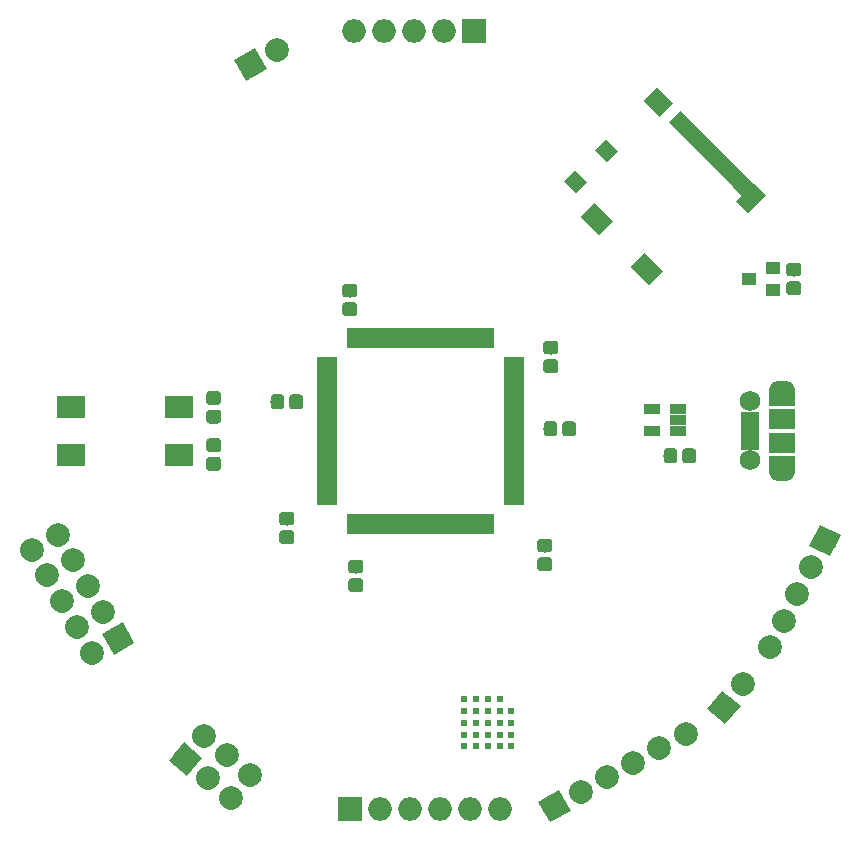
<source format=gbr>
G04 #@! TF.GenerationSoftware,KiCad,Pcbnew,5.0.0-fee4fd1~66~ubuntu18.04.1*
G04 #@! TF.CreationDate,2018-09-24T18:06:56+02:00*
G04 #@! TF.ProjectId,hyperstm,687970657273746D2E6B696361645F70,rev?*
G04 #@! TF.SameCoordinates,Original*
G04 #@! TF.FileFunction,Soldermask,Top*
G04 #@! TF.FilePolarity,Negative*
%FSLAX46Y46*%
G04 Gerber Fmt 4.6, Leading zero omitted, Abs format (unit mm)*
G04 Created by KiCad (PCBNEW 5.0.0-fee4fd1~66~ubuntu18.04.1) date Mon Sep 24 18:06:56 2018*
%MOMM*%
%LPD*%
G01*
G04 APERTURE LIST*
%ADD10C,0.620000*%
%ADD11R,2.480000X1.900000*%
%ADD12C,0.100000*%
%ADD13C,1.175000*%
%ADD14C,2.000000*%
%ADD15C,2.000000*%
%ADD16O,2.000000X2.000000*%
%ADD17R,2.000000X2.000000*%
%ADD18R,2.200000X1.500000*%
%ADD19O,2.200000X1.500000*%
%ADD20R,2.200000X1.800000*%
%ADD21C,1.750000*%
%ADD22R,1.650000X0.700000*%
%ADD23C,1.650000*%
%ADD24C,1.470000*%
%ADD25C,1.300000*%
%ADD26C,1.150000*%
%ADD27C,1.050000*%
%ADD28R,0.580000X1.800000*%
%ADD29R,1.800000X0.580000*%
%ADD30R,1.200000X1.100000*%
%ADD31R,1.360000X0.950000*%
G04 APERTURE END LIST*
D10*
G04 #@! TO.C,U3*
X153702000Y-126714000D03*
X154702000Y-126714000D03*
X155702000Y-126714001D03*
X156702000Y-126714000D03*
X157702000Y-126714000D03*
X153702000Y-125714000D03*
X154702000Y-125714000D03*
X155702000Y-125714000D03*
X156702000Y-125714000D03*
X157702000Y-125714000D03*
X153701999Y-124714000D03*
X154702000Y-124714000D03*
X155702000Y-124714000D03*
X156702000Y-124714000D03*
X157702001Y-124714000D03*
X153702000Y-123714000D03*
X154702000Y-123714000D03*
X155702000Y-123714000D03*
X156702000Y-123714000D03*
X157702000Y-123714000D03*
X153702000Y-122714000D03*
X154702000Y-122714000D03*
X155702000Y-122713999D03*
X156702000Y-122714000D03*
G04 #@! TD*
D11*
G04 #@! TO.C,SW2*
X129590000Y-98000000D03*
X120410000Y-98000000D03*
G04 #@! TD*
G04 #@! TO.C,SW1*
X129590000Y-102000000D03*
X120410000Y-102000000D03*
G04 #@! TD*
D12*
G04 #@! TO.C,C1*
G36*
X173068043Y-101484414D02*
X173096558Y-101488644D01*
X173124521Y-101495649D01*
X173151663Y-101505360D01*
X173177723Y-101517686D01*
X173202449Y-101532506D01*
X173225603Y-101549678D01*
X173246963Y-101569037D01*
X173266322Y-101590397D01*
X173283494Y-101613551D01*
X173298314Y-101638277D01*
X173310640Y-101664337D01*
X173320351Y-101691479D01*
X173327356Y-101719442D01*
X173331586Y-101747957D01*
X173333000Y-101776750D01*
X173333000Y-102439250D01*
X173331586Y-102468043D01*
X173327356Y-102496558D01*
X173320351Y-102524521D01*
X173310640Y-102551663D01*
X173298314Y-102577723D01*
X173283494Y-102602449D01*
X173266322Y-102625603D01*
X173246963Y-102646963D01*
X173225603Y-102666322D01*
X173202449Y-102683494D01*
X173177723Y-102698314D01*
X173151663Y-102710640D01*
X173124521Y-102720351D01*
X173096558Y-102727356D01*
X173068043Y-102731586D01*
X173039250Y-102733000D01*
X172451750Y-102733000D01*
X172422957Y-102731586D01*
X172394442Y-102727356D01*
X172366479Y-102720351D01*
X172339337Y-102710640D01*
X172313277Y-102698314D01*
X172288551Y-102683494D01*
X172265397Y-102666322D01*
X172244037Y-102646963D01*
X172224678Y-102625603D01*
X172207506Y-102602449D01*
X172192686Y-102577723D01*
X172180360Y-102551663D01*
X172170649Y-102524521D01*
X172163644Y-102496558D01*
X172159414Y-102468043D01*
X172158000Y-102439250D01*
X172158000Y-101776750D01*
X172159414Y-101747957D01*
X172163644Y-101719442D01*
X172170649Y-101691479D01*
X172180360Y-101664337D01*
X172192686Y-101638277D01*
X172207506Y-101613551D01*
X172224678Y-101590397D01*
X172244037Y-101569037D01*
X172265397Y-101549678D01*
X172288551Y-101532506D01*
X172313277Y-101517686D01*
X172339337Y-101505360D01*
X172366479Y-101495649D01*
X172394442Y-101488644D01*
X172422957Y-101484414D01*
X172451750Y-101483000D01*
X173039250Y-101483000D01*
X173068043Y-101484414D01*
X173068043Y-101484414D01*
G37*
D13*
X172745500Y-102108000D03*
D12*
G36*
X171493043Y-101484414D02*
X171521558Y-101488644D01*
X171549521Y-101495649D01*
X171576663Y-101505360D01*
X171602723Y-101517686D01*
X171627449Y-101532506D01*
X171650603Y-101549678D01*
X171671963Y-101569037D01*
X171691322Y-101590397D01*
X171708494Y-101613551D01*
X171723314Y-101638277D01*
X171735640Y-101664337D01*
X171745351Y-101691479D01*
X171752356Y-101719442D01*
X171756586Y-101747957D01*
X171758000Y-101776750D01*
X171758000Y-102439250D01*
X171756586Y-102468043D01*
X171752356Y-102496558D01*
X171745351Y-102524521D01*
X171735640Y-102551663D01*
X171723314Y-102577723D01*
X171708494Y-102602449D01*
X171691322Y-102625603D01*
X171671963Y-102646963D01*
X171650603Y-102666322D01*
X171627449Y-102683494D01*
X171602723Y-102698314D01*
X171576663Y-102710640D01*
X171549521Y-102720351D01*
X171521558Y-102727356D01*
X171493043Y-102731586D01*
X171464250Y-102733000D01*
X170876750Y-102733000D01*
X170847957Y-102731586D01*
X170819442Y-102727356D01*
X170791479Y-102720351D01*
X170764337Y-102710640D01*
X170738277Y-102698314D01*
X170713551Y-102683494D01*
X170690397Y-102666322D01*
X170669037Y-102646963D01*
X170649678Y-102625603D01*
X170632506Y-102602449D01*
X170617686Y-102577723D01*
X170605360Y-102551663D01*
X170595649Y-102524521D01*
X170588644Y-102496558D01*
X170584414Y-102468043D01*
X170583000Y-102439250D01*
X170583000Y-101776750D01*
X170584414Y-101747957D01*
X170588644Y-101719442D01*
X170595649Y-101691479D01*
X170605360Y-101664337D01*
X170617686Y-101638277D01*
X170632506Y-101613551D01*
X170649678Y-101590397D01*
X170669037Y-101569037D01*
X170690397Y-101549678D01*
X170713551Y-101532506D01*
X170738277Y-101517686D01*
X170764337Y-101505360D01*
X170791479Y-101495649D01*
X170819442Y-101488644D01*
X170847957Y-101484414D01*
X170876750Y-101483000D01*
X171464250Y-101483000D01*
X171493043Y-101484414D01*
X171493043Y-101484414D01*
G37*
D13*
X171170500Y-102108000D03*
G04 #@! TD*
D12*
G04 #@! TO.C,C4*
G36*
X139044043Y-108405414D02*
X139072558Y-108409644D01*
X139100521Y-108416649D01*
X139127663Y-108426360D01*
X139153723Y-108438686D01*
X139178449Y-108453506D01*
X139201603Y-108470678D01*
X139222963Y-108490037D01*
X139242322Y-108511397D01*
X139259494Y-108534551D01*
X139274314Y-108559277D01*
X139286640Y-108585337D01*
X139296351Y-108612479D01*
X139303356Y-108640442D01*
X139307586Y-108668957D01*
X139309000Y-108697750D01*
X139309000Y-109285250D01*
X139307586Y-109314043D01*
X139303356Y-109342558D01*
X139296351Y-109370521D01*
X139286640Y-109397663D01*
X139274314Y-109423723D01*
X139259494Y-109448449D01*
X139242322Y-109471603D01*
X139222963Y-109492963D01*
X139201603Y-109512322D01*
X139178449Y-109529494D01*
X139153723Y-109544314D01*
X139127663Y-109556640D01*
X139100521Y-109566351D01*
X139072558Y-109573356D01*
X139044043Y-109577586D01*
X139015250Y-109579000D01*
X138352750Y-109579000D01*
X138323957Y-109577586D01*
X138295442Y-109573356D01*
X138267479Y-109566351D01*
X138240337Y-109556640D01*
X138214277Y-109544314D01*
X138189551Y-109529494D01*
X138166397Y-109512322D01*
X138145037Y-109492963D01*
X138125678Y-109471603D01*
X138108506Y-109448449D01*
X138093686Y-109423723D01*
X138081360Y-109397663D01*
X138071649Y-109370521D01*
X138064644Y-109342558D01*
X138060414Y-109314043D01*
X138059000Y-109285250D01*
X138059000Y-108697750D01*
X138060414Y-108668957D01*
X138064644Y-108640442D01*
X138071649Y-108612479D01*
X138081360Y-108585337D01*
X138093686Y-108559277D01*
X138108506Y-108534551D01*
X138125678Y-108511397D01*
X138145037Y-108490037D01*
X138166397Y-108470678D01*
X138189551Y-108453506D01*
X138214277Y-108438686D01*
X138240337Y-108426360D01*
X138267479Y-108416649D01*
X138295442Y-108409644D01*
X138323957Y-108405414D01*
X138352750Y-108404000D01*
X139015250Y-108404000D01*
X139044043Y-108405414D01*
X139044043Y-108405414D01*
G37*
D13*
X138684000Y-108991500D03*
D12*
G36*
X139044043Y-106830414D02*
X139072558Y-106834644D01*
X139100521Y-106841649D01*
X139127663Y-106851360D01*
X139153723Y-106863686D01*
X139178449Y-106878506D01*
X139201603Y-106895678D01*
X139222963Y-106915037D01*
X139242322Y-106936397D01*
X139259494Y-106959551D01*
X139274314Y-106984277D01*
X139286640Y-107010337D01*
X139296351Y-107037479D01*
X139303356Y-107065442D01*
X139307586Y-107093957D01*
X139309000Y-107122750D01*
X139309000Y-107710250D01*
X139307586Y-107739043D01*
X139303356Y-107767558D01*
X139296351Y-107795521D01*
X139286640Y-107822663D01*
X139274314Y-107848723D01*
X139259494Y-107873449D01*
X139242322Y-107896603D01*
X139222963Y-107917963D01*
X139201603Y-107937322D01*
X139178449Y-107954494D01*
X139153723Y-107969314D01*
X139127663Y-107981640D01*
X139100521Y-107991351D01*
X139072558Y-107998356D01*
X139044043Y-108002586D01*
X139015250Y-108004000D01*
X138352750Y-108004000D01*
X138323957Y-108002586D01*
X138295442Y-107998356D01*
X138267479Y-107991351D01*
X138240337Y-107981640D01*
X138214277Y-107969314D01*
X138189551Y-107954494D01*
X138166397Y-107937322D01*
X138145037Y-107917963D01*
X138125678Y-107896603D01*
X138108506Y-107873449D01*
X138093686Y-107848723D01*
X138081360Y-107822663D01*
X138071649Y-107795521D01*
X138064644Y-107767558D01*
X138060414Y-107739043D01*
X138059000Y-107710250D01*
X138059000Y-107122750D01*
X138060414Y-107093957D01*
X138064644Y-107065442D01*
X138071649Y-107037479D01*
X138081360Y-107010337D01*
X138093686Y-106984277D01*
X138108506Y-106959551D01*
X138125678Y-106936397D01*
X138145037Y-106915037D01*
X138166397Y-106895678D01*
X138189551Y-106878506D01*
X138214277Y-106863686D01*
X138240337Y-106851360D01*
X138267479Y-106841649D01*
X138295442Y-106834644D01*
X138323957Y-106830414D01*
X138352750Y-106829000D01*
X139015250Y-106829000D01*
X139044043Y-106830414D01*
X139044043Y-106830414D01*
G37*
D13*
X138684000Y-107416500D03*
G04 #@! TD*
D12*
G04 #@! TO.C,C5*
G36*
X144886043Y-112469414D02*
X144914558Y-112473644D01*
X144942521Y-112480649D01*
X144969663Y-112490360D01*
X144995723Y-112502686D01*
X145020449Y-112517506D01*
X145043603Y-112534678D01*
X145064963Y-112554037D01*
X145084322Y-112575397D01*
X145101494Y-112598551D01*
X145116314Y-112623277D01*
X145128640Y-112649337D01*
X145138351Y-112676479D01*
X145145356Y-112704442D01*
X145149586Y-112732957D01*
X145151000Y-112761750D01*
X145151000Y-113349250D01*
X145149586Y-113378043D01*
X145145356Y-113406558D01*
X145138351Y-113434521D01*
X145128640Y-113461663D01*
X145116314Y-113487723D01*
X145101494Y-113512449D01*
X145084322Y-113535603D01*
X145064963Y-113556963D01*
X145043603Y-113576322D01*
X145020449Y-113593494D01*
X144995723Y-113608314D01*
X144969663Y-113620640D01*
X144942521Y-113630351D01*
X144914558Y-113637356D01*
X144886043Y-113641586D01*
X144857250Y-113643000D01*
X144194750Y-113643000D01*
X144165957Y-113641586D01*
X144137442Y-113637356D01*
X144109479Y-113630351D01*
X144082337Y-113620640D01*
X144056277Y-113608314D01*
X144031551Y-113593494D01*
X144008397Y-113576322D01*
X143987037Y-113556963D01*
X143967678Y-113535603D01*
X143950506Y-113512449D01*
X143935686Y-113487723D01*
X143923360Y-113461663D01*
X143913649Y-113434521D01*
X143906644Y-113406558D01*
X143902414Y-113378043D01*
X143901000Y-113349250D01*
X143901000Y-112761750D01*
X143902414Y-112732957D01*
X143906644Y-112704442D01*
X143913649Y-112676479D01*
X143923360Y-112649337D01*
X143935686Y-112623277D01*
X143950506Y-112598551D01*
X143967678Y-112575397D01*
X143987037Y-112554037D01*
X144008397Y-112534678D01*
X144031551Y-112517506D01*
X144056277Y-112502686D01*
X144082337Y-112490360D01*
X144109479Y-112480649D01*
X144137442Y-112473644D01*
X144165957Y-112469414D01*
X144194750Y-112468000D01*
X144857250Y-112468000D01*
X144886043Y-112469414D01*
X144886043Y-112469414D01*
G37*
D13*
X144526000Y-113055500D03*
D12*
G36*
X144886043Y-110894414D02*
X144914558Y-110898644D01*
X144942521Y-110905649D01*
X144969663Y-110915360D01*
X144995723Y-110927686D01*
X145020449Y-110942506D01*
X145043603Y-110959678D01*
X145064963Y-110979037D01*
X145084322Y-111000397D01*
X145101494Y-111023551D01*
X145116314Y-111048277D01*
X145128640Y-111074337D01*
X145138351Y-111101479D01*
X145145356Y-111129442D01*
X145149586Y-111157957D01*
X145151000Y-111186750D01*
X145151000Y-111774250D01*
X145149586Y-111803043D01*
X145145356Y-111831558D01*
X145138351Y-111859521D01*
X145128640Y-111886663D01*
X145116314Y-111912723D01*
X145101494Y-111937449D01*
X145084322Y-111960603D01*
X145064963Y-111981963D01*
X145043603Y-112001322D01*
X145020449Y-112018494D01*
X144995723Y-112033314D01*
X144969663Y-112045640D01*
X144942521Y-112055351D01*
X144914558Y-112062356D01*
X144886043Y-112066586D01*
X144857250Y-112068000D01*
X144194750Y-112068000D01*
X144165957Y-112066586D01*
X144137442Y-112062356D01*
X144109479Y-112055351D01*
X144082337Y-112045640D01*
X144056277Y-112033314D01*
X144031551Y-112018494D01*
X144008397Y-112001322D01*
X143987037Y-111981963D01*
X143967678Y-111960603D01*
X143950506Y-111937449D01*
X143935686Y-111912723D01*
X143923360Y-111886663D01*
X143913649Y-111859521D01*
X143906644Y-111831558D01*
X143902414Y-111803043D01*
X143901000Y-111774250D01*
X143901000Y-111186750D01*
X143902414Y-111157957D01*
X143906644Y-111129442D01*
X143913649Y-111101479D01*
X143923360Y-111074337D01*
X143935686Y-111048277D01*
X143950506Y-111023551D01*
X143967678Y-111000397D01*
X143987037Y-110979037D01*
X144008397Y-110959678D01*
X144031551Y-110942506D01*
X144056277Y-110927686D01*
X144082337Y-110915360D01*
X144109479Y-110905649D01*
X144137442Y-110898644D01*
X144165957Y-110894414D01*
X144194750Y-110893000D01*
X144857250Y-110893000D01*
X144886043Y-110894414D01*
X144886043Y-110894414D01*
G37*
D13*
X144526000Y-111480500D03*
G04 #@! TD*
D12*
G04 #@! TO.C,C6*
G36*
X160888043Y-110691414D02*
X160916558Y-110695644D01*
X160944521Y-110702649D01*
X160971663Y-110712360D01*
X160997723Y-110724686D01*
X161022449Y-110739506D01*
X161045603Y-110756678D01*
X161066963Y-110776037D01*
X161086322Y-110797397D01*
X161103494Y-110820551D01*
X161118314Y-110845277D01*
X161130640Y-110871337D01*
X161140351Y-110898479D01*
X161147356Y-110926442D01*
X161151586Y-110954957D01*
X161153000Y-110983750D01*
X161153000Y-111571250D01*
X161151586Y-111600043D01*
X161147356Y-111628558D01*
X161140351Y-111656521D01*
X161130640Y-111683663D01*
X161118314Y-111709723D01*
X161103494Y-111734449D01*
X161086322Y-111757603D01*
X161066963Y-111778963D01*
X161045603Y-111798322D01*
X161022449Y-111815494D01*
X160997723Y-111830314D01*
X160971663Y-111842640D01*
X160944521Y-111852351D01*
X160916558Y-111859356D01*
X160888043Y-111863586D01*
X160859250Y-111865000D01*
X160196750Y-111865000D01*
X160167957Y-111863586D01*
X160139442Y-111859356D01*
X160111479Y-111852351D01*
X160084337Y-111842640D01*
X160058277Y-111830314D01*
X160033551Y-111815494D01*
X160010397Y-111798322D01*
X159989037Y-111778963D01*
X159969678Y-111757603D01*
X159952506Y-111734449D01*
X159937686Y-111709723D01*
X159925360Y-111683663D01*
X159915649Y-111656521D01*
X159908644Y-111628558D01*
X159904414Y-111600043D01*
X159903000Y-111571250D01*
X159903000Y-110983750D01*
X159904414Y-110954957D01*
X159908644Y-110926442D01*
X159915649Y-110898479D01*
X159925360Y-110871337D01*
X159937686Y-110845277D01*
X159952506Y-110820551D01*
X159969678Y-110797397D01*
X159989037Y-110776037D01*
X160010397Y-110756678D01*
X160033551Y-110739506D01*
X160058277Y-110724686D01*
X160084337Y-110712360D01*
X160111479Y-110702649D01*
X160139442Y-110695644D01*
X160167957Y-110691414D01*
X160196750Y-110690000D01*
X160859250Y-110690000D01*
X160888043Y-110691414D01*
X160888043Y-110691414D01*
G37*
D13*
X160528000Y-111277500D03*
D12*
G36*
X160888043Y-109116414D02*
X160916558Y-109120644D01*
X160944521Y-109127649D01*
X160971663Y-109137360D01*
X160997723Y-109149686D01*
X161022449Y-109164506D01*
X161045603Y-109181678D01*
X161066963Y-109201037D01*
X161086322Y-109222397D01*
X161103494Y-109245551D01*
X161118314Y-109270277D01*
X161130640Y-109296337D01*
X161140351Y-109323479D01*
X161147356Y-109351442D01*
X161151586Y-109379957D01*
X161153000Y-109408750D01*
X161153000Y-109996250D01*
X161151586Y-110025043D01*
X161147356Y-110053558D01*
X161140351Y-110081521D01*
X161130640Y-110108663D01*
X161118314Y-110134723D01*
X161103494Y-110159449D01*
X161086322Y-110182603D01*
X161066963Y-110203963D01*
X161045603Y-110223322D01*
X161022449Y-110240494D01*
X160997723Y-110255314D01*
X160971663Y-110267640D01*
X160944521Y-110277351D01*
X160916558Y-110284356D01*
X160888043Y-110288586D01*
X160859250Y-110290000D01*
X160196750Y-110290000D01*
X160167957Y-110288586D01*
X160139442Y-110284356D01*
X160111479Y-110277351D01*
X160084337Y-110267640D01*
X160058277Y-110255314D01*
X160033551Y-110240494D01*
X160010397Y-110223322D01*
X159989037Y-110203963D01*
X159969678Y-110182603D01*
X159952506Y-110159449D01*
X159937686Y-110134723D01*
X159925360Y-110108663D01*
X159915649Y-110081521D01*
X159908644Y-110053558D01*
X159904414Y-110025043D01*
X159903000Y-109996250D01*
X159903000Y-109408750D01*
X159904414Y-109379957D01*
X159908644Y-109351442D01*
X159915649Y-109323479D01*
X159925360Y-109296337D01*
X159937686Y-109270277D01*
X159952506Y-109245551D01*
X159969678Y-109222397D01*
X159989037Y-109201037D01*
X160010397Y-109181678D01*
X160033551Y-109164506D01*
X160058277Y-109149686D01*
X160084337Y-109137360D01*
X160111479Y-109127649D01*
X160139442Y-109120644D01*
X160167957Y-109116414D01*
X160196750Y-109115000D01*
X160859250Y-109115000D01*
X160888043Y-109116414D01*
X160888043Y-109116414D01*
G37*
D13*
X160528000Y-109702500D03*
G04 #@! TD*
D12*
G04 #@! TO.C,C7*
G36*
X161396043Y-92352414D02*
X161424558Y-92356644D01*
X161452521Y-92363649D01*
X161479663Y-92373360D01*
X161505723Y-92385686D01*
X161530449Y-92400506D01*
X161553603Y-92417678D01*
X161574963Y-92437037D01*
X161594322Y-92458397D01*
X161611494Y-92481551D01*
X161626314Y-92506277D01*
X161638640Y-92532337D01*
X161648351Y-92559479D01*
X161655356Y-92587442D01*
X161659586Y-92615957D01*
X161661000Y-92644750D01*
X161661000Y-93232250D01*
X161659586Y-93261043D01*
X161655356Y-93289558D01*
X161648351Y-93317521D01*
X161638640Y-93344663D01*
X161626314Y-93370723D01*
X161611494Y-93395449D01*
X161594322Y-93418603D01*
X161574963Y-93439963D01*
X161553603Y-93459322D01*
X161530449Y-93476494D01*
X161505723Y-93491314D01*
X161479663Y-93503640D01*
X161452521Y-93513351D01*
X161424558Y-93520356D01*
X161396043Y-93524586D01*
X161367250Y-93526000D01*
X160704750Y-93526000D01*
X160675957Y-93524586D01*
X160647442Y-93520356D01*
X160619479Y-93513351D01*
X160592337Y-93503640D01*
X160566277Y-93491314D01*
X160541551Y-93476494D01*
X160518397Y-93459322D01*
X160497037Y-93439963D01*
X160477678Y-93418603D01*
X160460506Y-93395449D01*
X160445686Y-93370723D01*
X160433360Y-93344663D01*
X160423649Y-93317521D01*
X160416644Y-93289558D01*
X160412414Y-93261043D01*
X160411000Y-93232250D01*
X160411000Y-92644750D01*
X160412414Y-92615957D01*
X160416644Y-92587442D01*
X160423649Y-92559479D01*
X160433360Y-92532337D01*
X160445686Y-92506277D01*
X160460506Y-92481551D01*
X160477678Y-92458397D01*
X160497037Y-92437037D01*
X160518397Y-92417678D01*
X160541551Y-92400506D01*
X160566277Y-92385686D01*
X160592337Y-92373360D01*
X160619479Y-92363649D01*
X160647442Y-92356644D01*
X160675957Y-92352414D01*
X160704750Y-92351000D01*
X161367250Y-92351000D01*
X161396043Y-92352414D01*
X161396043Y-92352414D01*
G37*
D13*
X161036000Y-92938500D03*
D12*
G36*
X161396043Y-93927414D02*
X161424558Y-93931644D01*
X161452521Y-93938649D01*
X161479663Y-93948360D01*
X161505723Y-93960686D01*
X161530449Y-93975506D01*
X161553603Y-93992678D01*
X161574963Y-94012037D01*
X161594322Y-94033397D01*
X161611494Y-94056551D01*
X161626314Y-94081277D01*
X161638640Y-94107337D01*
X161648351Y-94134479D01*
X161655356Y-94162442D01*
X161659586Y-94190957D01*
X161661000Y-94219750D01*
X161661000Y-94807250D01*
X161659586Y-94836043D01*
X161655356Y-94864558D01*
X161648351Y-94892521D01*
X161638640Y-94919663D01*
X161626314Y-94945723D01*
X161611494Y-94970449D01*
X161594322Y-94993603D01*
X161574963Y-95014963D01*
X161553603Y-95034322D01*
X161530449Y-95051494D01*
X161505723Y-95066314D01*
X161479663Y-95078640D01*
X161452521Y-95088351D01*
X161424558Y-95095356D01*
X161396043Y-95099586D01*
X161367250Y-95101000D01*
X160704750Y-95101000D01*
X160675957Y-95099586D01*
X160647442Y-95095356D01*
X160619479Y-95088351D01*
X160592337Y-95078640D01*
X160566277Y-95066314D01*
X160541551Y-95051494D01*
X160518397Y-95034322D01*
X160497037Y-95014963D01*
X160477678Y-94993603D01*
X160460506Y-94970449D01*
X160445686Y-94945723D01*
X160433360Y-94919663D01*
X160423649Y-94892521D01*
X160416644Y-94864558D01*
X160412414Y-94836043D01*
X160411000Y-94807250D01*
X160411000Y-94219750D01*
X160412414Y-94190957D01*
X160416644Y-94162442D01*
X160423649Y-94134479D01*
X160433360Y-94107337D01*
X160445686Y-94081277D01*
X160460506Y-94056551D01*
X160477678Y-94033397D01*
X160497037Y-94012037D01*
X160518397Y-93992678D01*
X160541551Y-93975506D01*
X160566277Y-93960686D01*
X160592337Y-93948360D01*
X160619479Y-93938649D01*
X160647442Y-93931644D01*
X160675957Y-93927414D01*
X160704750Y-93926000D01*
X161367250Y-93926000D01*
X161396043Y-93927414D01*
X161396043Y-93927414D01*
G37*
D13*
X161036000Y-94513500D03*
G04 #@! TD*
D12*
G04 #@! TO.C,C8*
G36*
X144378043Y-87526414D02*
X144406558Y-87530644D01*
X144434521Y-87537649D01*
X144461663Y-87547360D01*
X144487723Y-87559686D01*
X144512449Y-87574506D01*
X144535603Y-87591678D01*
X144556963Y-87611037D01*
X144576322Y-87632397D01*
X144593494Y-87655551D01*
X144608314Y-87680277D01*
X144620640Y-87706337D01*
X144630351Y-87733479D01*
X144637356Y-87761442D01*
X144641586Y-87789957D01*
X144643000Y-87818750D01*
X144643000Y-88406250D01*
X144641586Y-88435043D01*
X144637356Y-88463558D01*
X144630351Y-88491521D01*
X144620640Y-88518663D01*
X144608314Y-88544723D01*
X144593494Y-88569449D01*
X144576322Y-88592603D01*
X144556963Y-88613963D01*
X144535603Y-88633322D01*
X144512449Y-88650494D01*
X144487723Y-88665314D01*
X144461663Y-88677640D01*
X144434521Y-88687351D01*
X144406558Y-88694356D01*
X144378043Y-88698586D01*
X144349250Y-88700000D01*
X143686750Y-88700000D01*
X143657957Y-88698586D01*
X143629442Y-88694356D01*
X143601479Y-88687351D01*
X143574337Y-88677640D01*
X143548277Y-88665314D01*
X143523551Y-88650494D01*
X143500397Y-88633322D01*
X143479037Y-88613963D01*
X143459678Y-88592603D01*
X143442506Y-88569449D01*
X143427686Y-88544723D01*
X143415360Y-88518663D01*
X143405649Y-88491521D01*
X143398644Y-88463558D01*
X143394414Y-88435043D01*
X143393000Y-88406250D01*
X143393000Y-87818750D01*
X143394414Y-87789957D01*
X143398644Y-87761442D01*
X143405649Y-87733479D01*
X143415360Y-87706337D01*
X143427686Y-87680277D01*
X143442506Y-87655551D01*
X143459678Y-87632397D01*
X143479037Y-87611037D01*
X143500397Y-87591678D01*
X143523551Y-87574506D01*
X143548277Y-87559686D01*
X143574337Y-87547360D01*
X143601479Y-87537649D01*
X143629442Y-87530644D01*
X143657957Y-87526414D01*
X143686750Y-87525000D01*
X144349250Y-87525000D01*
X144378043Y-87526414D01*
X144378043Y-87526414D01*
G37*
D13*
X144018000Y-88112500D03*
D12*
G36*
X144378043Y-89101414D02*
X144406558Y-89105644D01*
X144434521Y-89112649D01*
X144461663Y-89122360D01*
X144487723Y-89134686D01*
X144512449Y-89149506D01*
X144535603Y-89166678D01*
X144556963Y-89186037D01*
X144576322Y-89207397D01*
X144593494Y-89230551D01*
X144608314Y-89255277D01*
X144620640Y-89281337D01*
X144630351Y-89308479D01*
X144637356Y-89336442D01*
X144641586Y-89364957D01*
X144643000Y-89393750D01*
X144643000Y-89981250D01*
X144641586Y-90010043D01*
X144637356Y-90038558D01*
X144630351Y-90066521D01*
X144620640Y-90093663D01*
X144608314Y-90119723D01*
X144593494Y-90144449D01*
X144576322Y-90167603D01*
X144556963Y-90188963D01*
X144535603Y-90208322D01*
X144512449Y-90225494D01*
X144487723Y-90240314D01*
X144461663Y-90252640D01*
X144434521Y-90262351D01*
X144406558Y-90269356D01*
X144378043Y-90273586D01*
X144349250Y-90275000D01*
X143686750Y-90275000D01*
X143657957Y-90273586D01*
X143629442Y-90269356D01*
X143601479Y-90262351D01*
X143574337Y-90252640D01*
X143548277Y-90240314D01*
X143523551Y-90225494D01*
X143500397Y-90208322D01*
X143479037Y-90188963D01*
X143459678Y-90167603D01*
X143442506Y-90144449D01*
X143427686Y-90119723D01*
X143415360Y-90093663D01*
X143405649Y-90066521D01*
X143398644Y-90038558D01*
X143394414Y-90010043D01*
X143393000Y-89981250D01*
X143393000Y-89393750D01*
X143394414Y-89364957D01*
X143398644Y-89336442D01*
X143405649Y-89308479D01*
X143415360Y-89281337D01*
X143427686Y-89255277D01*
X143442506Y-89230551D01*
X143459678Y-89207397D01*
X143479037Y-89186037D01*
X143500397Y-89166678D01*
X143523551Y-89149506D01*
X143548277Y-89134686D01*
X143574337Y-89122360D01*
X143601479Y-89112649D01*
X143629442Y-89105644D01*
X143657957Y-89101414D01*
X143686750Y-89100000D01*
X144349250Y-89100000D01*
X144378043Y-89101414D01*
X144378043Y-89101414D01*
G37*
D13*
X144018000Y-89687500D03*
G04 #@! TD*
D12*
G04 #@! TO.C,C10*
G36*
X132854843Y-100626414D02*
X132883358Y-100630644D01*
X132911321Y-100637649D01*
X132938463Y-100647360D01*
X132964523Y-100659686D01*
X132989249Y-100674506D01*
X133012403Y-100691678D01*
X133033763Y-100711037D01*
X133053122Y-100732397D01*
X133070294Y-100755551D01*
X133085114Y-100780277D01*
X133097440Y-100806337D01*
X133107151Y-100833479D01*
X133114156Y-100861442D01*
X133118386Y-100889957D01*
X133119800Y-100918750D01*
X133119800Y-101506250D01*
X133118386Y-101535043D01*
X133114156Y-101563558D01*
X133107151Y-101591521D01*
X133097440Y-101618663D01*
X133085114Y-101644723D01*
X133070294Y-101669449D01*
X133053122Y-101692603D01*
X133033763Y-101713963D01*
X133012403Y-101733322D01*
X132989249Y-101750494D01*
X132964523Y-101765314D01*
X132938463Y-101777640D01*
X132911321Y-101787351D01*
X132883358Y-101794356D01*
X132854843Y-101798586D01*
X132826050Y-101800000D01*
X132163550Y-101800000D01*
X132134757Y-101798586D01*
X132106242Y-101794356D01*
X132078279Y-101787351D01*
X132051137Y-101777640D01*
X132025077Y-101765314D01*
X132000351Y-101750494D01*
X131977197Y-101733322D01*
X131955837Y-101713963D01*
X131936478Y-101692603D01*
X131919306Y-101669449D01*
X131904486Y-101644723D01*
X131892160Y-101618663D01*
X131882449Y-101591521D01*
X131875444Y-101563558D01*
X131871214Y-101535043D01*
X131869800Y-101506250D01*
X131869800Y-100918750D01*
X131871214Y-100889957D01*
X131875444Y-100861442D01*
X131882449Y-100833479D01*
X131892160Y-100806337D01*
X131904486Y-100780277D01*
X131919306Y-100755551D01*
X131936478Y-100732397D01*
X131955837Y-100711037D01*
X131977197Y-100691678D01*
X132000351Y-100674506D01*
X132025077Y-100659686D01*
X132051137Y-100647360D01*
X132078279Y-100637649D01*
X132106242Y-100630644D01*
X132134757Y-100626414D01*
X132163550Y-100625000D01*
X132826050Y-100625000D01*
X132854843Y-100626414D01*
X132854843Y-100626414D01*
G37*
D13*
X132494800Y-101212500D03*
D12*
G36*
X132854843Y-102201414D02*
X132883358Y-102205644D01*
X132911321Y-102212649D01*
X132938463Y-102222360D01*
X132964523Y-102234686D01*
X132989249Y-102249506D01*
X133012403Y-102266678D01*
X133033763Y-102286037D01*
X133053122Y-102307397D01*
X133070294Y-102330551D01*
X133085114Y-102355277D01*
X133097440Y-102381337D01*
X133107151Y-102408479D01*
X133114156Y-102436442D01*
X133118386Y-102464957D01*
X133119800Y-102493750D01*
X133119800Y-103081250D01*
X133118386Y-103110043D01*
X133114156Y-103138558D01*
X133107151Y-103166521D01*
X133097440Y-103193663D01*
X133085114Y-103219723D01*
X133070294Y-103244449D01*
X133053122Y-103267603D01*
X133033763Y-103288963D01*
X133012403Y-103308322D01*
X132989249Y-103325494D01*
X132964523Y-103340314D01*
X132938463Y-103352640D01*
X132911321Y-103362351D01*
X132883358Y-103369356D01*
X132854843Y-103373586D01*
X132826050Y-103375000D01*
X132163550Y-103375000D01*
X132134757Y-103373586D01*
X132106242Y-103369356D01*
X132078279Y-103362351D01*
X132051137Y-103352640D01*
X132025077Y-103340314D01*
X132000351Y-103325494D01*
X131977197Y-103308322D01*
X131955837Y-103288963D01*
X131936478Y-103267603D01*
X131919306Y-103244449D01*
X131904486Y-103219723D01*
X131892160Y-103193663D01*
X131882449Y-103166521D01*
X131875444Y-103138558D01*
X131871214Y-103110043D01*
X131869800Y-103081250D01*
X131869800Y-102493750D01*
X131871214Y-102464957D01*
X131875444Y-102436442D01*
X131882449Y-102408479D01*
X131892160Y-102381337D01*
X131904486Y-102355277D01*
X131919306Y-102330551D01*
X131936478Y-102307397D01*
X131955837Y-102286037D01*
X131977197Y-102266678D01*
X132000351Y-102249506D01*
X132025077Y-102234686D01*
X132051137Y-102222360D01*
X132078279Y-102212649D01*
X132106242Y-102205644D01*
X132134757Y-102201414D01*
X132163550Y-102200000D01*
X132826050Y-102200000D01*
X132854843Y-102201414D01*
X132854843Y-102201414D01*
G37*
D13*
X132494800Y-102787500D03*
G04 #@! TD*
D12*
G04 #@! TO.C,C2*
G36*
X138219043Y-96912414D02*
X138247558Y-96916644D01*
X138275521Y-96923649D01*
X138302663Y-96933360D01*
X138328723Y-96945686D01*
X138353449Y-96960506D01*
X138376603Y-96977678D01*
X138397963Y-96997037D01*
X138417322Y-97018397D01*
X138434494Y-97041551D01*
X138449314Y-97066277D01*
X138461640Y-97092337D01*
X138471351Y-97119479D01*
X138478356Y-97147442D01*
X138482586Y-97175957D01*
X138484000Y-97204750D01*
X138484000Y-97867250D01*
X138482586Y-97896043D01*
X138478356Y-97924558D01*
X138471351Y-97952521D01*
X138461640Y-97979663D01*
X138449314Y-98005723D01*
X138434494Y-98030449D01*
X138417322Y-98053603D01*
X138397963Y-98074963D01*
X138376603Y-98094322D01*
X138353449Y-98111494D01*
X138328723Y-98126314D01*
X138302663Y-98138640D01*
X138275521Y-98148351D01*
X138247558Y-98155356D01*
X138219043Y-98159586D01*
X138190250Y-98161000D01*
X137602750Y-98161000D01*
X137573957Y-98159586D01*
X137545442Y-98155356D01*
X137517479Y-98148351D01*
X137490337Y-98138640D01*
X137464277Y-98126314D01*
X137439551Y-98111494D01*
X137416397Y-98094322D01*
X137395037Y-98074963D01*
X137375678Y-98053603D01*
X137358506Y-98030449D01*
X137343686Y-98005723D01*
X137331360Y-97979663D01*
X137321649Y-97952521D01*
X137314644Y-97924558D01*
X137310414Y-97896043D01*
X137309000Y-97867250D01*
X137309000Y-97204750D01*
X137310414Y-97175957D01*
X137314644Y-97147442D01*
X137321649Y-97119479D01*
X137331360Y-97092337D01*
X137343686Y-97066277D01*
X137358506Y-97041551D01*
X137375678Y-97018397D01*
X137395037Y-96997037D01*
X137416397Y-96977678D01*
X137439551Y-96960506D01*
X137464277Y-96945686D01*
X137490337Y-96933360D01*
X137517479Y-96923649D01*
X137545442Y-96916644D01*
X137573957Y-96912414D01*
X137602750Y-96911000D01*
X138190250Y-96911000D01*
X138219043Y-96912414D01*
X138219043Y-96912414D01*
G37*
D13*
X137896500Y-97536000D03*
D12*
G36*
X139794043Y-96912414D02*
X139822558Y-96916644D01*
X139850521Y-96923649D01*
X139877663Y-96933360D01*
X139903723Y-96945686D01*
X139928449Y-96960506D01*
X139951603Y-96977678D01*
X139972963Y-96997037D01*
X139992322Y-97018397D01*
X140009494Y-97041551D01*
X140024314Y-97066277D01*
X140036640Y-97092337D01*
X140046351Y-97119479D01*
X140053356Y-97147442D01*
X140057586Y-97175957D01*
X140059000Y-97204750D01*
X140059000Y-97867250D01*
X140057586Y-97896043D01*
X140053356Y-97924558D01*
X140046351Y-97952521D01*
X140036640Y-97979663D01*
X140024314Y-98005723D01*
X140009494Y-98030449D01*
X139992322Y-98053603D01*
X139972963Y-98074963D01*
X139951603Y-98094322D01*
X139928449Y-98111494D01*
X139903723Y-98126314D01*
X139877663Y-98138640D01*
X139850521Y-98148351D01*
X139822558Y-98155356D01*
X139794043Y-98159586D01*
X139765250Y-98161000D01*
X139177750Y-98161000D01*
X139148957Y-98159586D01*
X139120442Y-98155356D01*
X139092479Y-98148351D01*
X139065337Y-98138640D01*
X139039277Y-98126314D01*
X139014551Y-98111494D01*
X138991397Y-98094322D01*
X138970037Y-98074963D01*
X138950678Y-98053603D01*
X138933506Y-98030449D01*
X138918686Y-98005723D01*
X138906360Y-97979663D01*
X138896649Y-97952521D01*
X138889644Y-97924558D01*
X138885414Y-97896043D01*
X138884000Y-97867250D01*
X138884000Y-97204750D01*
X138885414Y-97175957D01*
X138889644Y-97147442D01*
X138896649Y-97119479D01*
X138906360Y-97092337D01*
X138918686Y-97066277D01*
X138933506Y-97041551D01*
X138950678Y-97018397D01*
X138970037Y-96997037D01*
X138991397Y-96977678D01*
X139014551Y-96960506D01*
X139039277Y-96945686D01*
X139065337Y-96933360D01*
X139092479Y-96923649D01*
X139120442Y-96916644D01*
X139148957Y-96912414D01*
X139177750Y-96911000D01*
X139765250Y-96911000D01*
X139794043Y-96912414D01*
X139794043Y-96912414D01*
G37*
D13*
X139471500Y-97536000D03*
G04 #@! TD*
D14*
G04 #@! TO.C,J8*
X137820400Y-67716400D03*
D15*
X137820400Y-67716400D02*
X137820400Y-67716400D01*
D14*
X135620695Y-68986400D03*
D12*
G36*
X136986720Y-69352425D02*
X135254670Y-70352425D01*
X134254670Y-68620375D01*
X135986720Y-67620375D01*
X136986720Y-69352425D01*
X136986720Y-69352425D01*
G37*
G04 #@! TD*
D14*
G04 #@! TO.C,J9*
X177322681Y-121464247D03*
D15*
X177322681Y-121464247D02*
X177322681Y-121464247D01*
D14*
X175690000Y-123410000D03*
D12*
G36*
X177098832Y-123286743D02*
X175813257Y-124818832D01*
X174281168Y-123533257D01*
X175566743Y-122001168D01*
X177098832Y-123286743D01*
X177098832Y-123286743D01*
G37*
G04 #@! TD*
D16*
G04 #@! TO.C,J2*
X144373600Y-66167000D03*
X146913600Y-66167000D03*
X149453600Y-66167000D03*
X151993600Y-66167000D03*
D17*
X154533600Y-66167000D03*
G04 #@! TD*
D14*
G04 #@! TO.C,J6*
X179617457Y-118332626D03*
D15*
X179617457Y-118332626D02*
X179617457Y-118332626D01*
D14*
X180770592Y-116069470D03*
D15*
X180770592Y-116069470D02*
X180770592Y-116069470D01*
D14*
X181923728Y-113806313D03*
D15*
X181923728Y-113806313D02*
X181923728Y-113806313D01*
D14*
X183076864Y-111543157D03*
D15*
X183076864Y-111543157D02*
X183076864Y-111543157D01*
D14*
X184230000Y-109280000D03*
D12*
G36*
X182885003Y-109717016D02*
X183792984Y-107935003D01*
X185574997Y-108842984D01*
X184667016Y-110624997D01*
X182885003Y-109717016D01*
X182885003Y-109717016D01*
G37*
G04 #@! TD*
D14*
G04 #@! TO.C,J7*
X172457670Y-125622918D03*
D15*
X172457670Y-125622918D02*
X172457670Y-125622918D01*
D14*
X170236136Y-126854334D03*
D15*
X170236136Y-126854334D02*
X170236136Y-126854334D01*
D14*
X168014602Y-128085751D03*
D15*
X168014602Y-128085751D02*
X168014602Y-128085751D01*
D14*
X165793068Y-129317167D03*
D15*
X165793068Y-129317167D02*
X165793068Y-129317167D01*
D14*
X163571534Y-130548584D03*
D15*
X163571534Y-130548584D02*
X163571534Y-130548584D01*
D14*
X161350000Y-131780000D03*
D12*
G36*
X162709429Y-132169810D02*
X160960190Y-133139429D01*
X159990571Y-131390190D01*
X161739810Y-130420571D01*
X162709429Y-132169810D01*
X162709429Y-132169810D01*
G37*
G04 #@! TD*
D16*
G04 #@! TO.C,J10*
X156700000Y-132000000D03*
X154160000Y-132000000D03*
X151620000Y-132000000D03*
X149080000Y-132000000D03*
X146540000Y-132000000D03*
D17*
X144000000Y-132000000D03*
G04 #@! TD*
D14*
G04 #@! TO.C,J5*
X135604186Y-129107997D03*
D15*
X135604186Y-129107997D02*
X135604186Y-129107997D01*
D14*
X133971506Y-131053750D03*
D15*
X133971506Y-131053750D02*
X133971506Y-131053750D01*
D14*
X133658434Y-127475317D03*
D15*
X133658434Y-127475317D02*
X133658434Y-127475317D01*
D14*
X132025753Y-129421070D03*
D15*
X132025753Y-129421070D02*
X132025753Y-129421070D01*
D14*
X131712681Y-125842636D03*
D15*
X131712681Y-125842636D02*
X131712681Y-125842636D01*
D14*
X130080000Y-127788389D03*
D12*
G36*
X130203257Y-129197221D02*
X128671168Y-127911646D01*
X129956743Y-126379557D01*
X131488832Y-127665132D01*
X130203257Y-129197221D01*
X130203257Y-129197221D01*
G37*
G04 #@! TD*
D14*
G04 #@! TO.C,J4*
X117140295Y-110041182D03*
D15*
X117140295Y-110041182D02*
X117140295Y-110041182D01*
D14*
X119340000Y-108771182D03*
D15*
X119340000Y-108771182D02*
X119340000Y-108771182D01*
D14*
X118410295Y-112240886D03*
D15*
X118410295Y-112240886D02*
X118410295Y-112240886D01*
D14*
X120610000Y-110970886D03*
D15*
X120610000Y-110970886D02*
X120610000Y-110970886D01*
D14*
X119680295Y-114440591D03*
D15*
X119680295Y-114440591D02*
X119680295Y-114440591D01*
D14*
X121880000Y-113170591D03*
D15*
X121880000Y-113170591D02*
X121880000Y-113170591D01*
D14*
X120950296Y-116640295D03*
D15*
X120950296Y-116640295D02*
X120950296Y-116640295D01*
D14*
X123150000Y-115370295D03*
D15*
X123150000Y-115370295D02*
X123150000Y-115370295D01*
D14*
X122220295Y-118840000D03*
D15*
X122220295Y-118840000D02*
X122220295Y-118840000D01*
D14*
X124420000Y-117570000D03*
D12*
G36*
X124786025Y-116203975D02*
X125786025Y-117936025D01*
X124053975Y-118936025D01*
X123053975Y-117203975D01*
X124786025Y-116203975D01*
X124786025Y-116203975D01*
G37*
G04 #@! TD*
D18*
G04 #@! TO.C,J1*
X180637500Y-102900000D03*
X180637500Y-97100000D03*
D19*
X180637500Y-96500000D03*
X180637500Y-103500000D03*
D20*
X180637500Y-101000000D03*
D21*
X177937500Y-97500000D03*
D22*
X177937500Y-100000000D03*
X177937500Y-99350000D03*
X177937500Y-98700000D03*
X177937500Y-101300000D03*
X177937500Y-100650000D03*
D21*
X177937500Y-102500000D03*
D20*
X180637500Y-99000000D03*
G04 #@! TD*
D23*
G04 #@! TO.C,J3*
X170133518Y-72146384D03*
D12*
G36*
X171370955Y-72217095D02*
X170204229Y-73383821D01*
X168896081Y-72075673D01*
X170062807Y-70908947D01*
X171370955Y-72217095D01*
X171370955Y-72217095D01*
G37*
D24*
X177978867Y-80309932D03*
D12*
G36*
X179241053Y-80087193D02*
X177756128Y-81572118D01*
X176716681Y-80532671D01*
X178201606Y-79047746D01*
X179241053Y-80087193D01*
X179241053Y-80087193D01*
G37*
D23*
X164918605Y-82063556D03*
D12*
G36*
X166279786Y-82258010D02*
X165113059Y-83424737D01*
X163557424Y-81869102D01*
X164724151Y-80702375D01*
X166279786Y-82258010D01*
X166279786Y-82258010D01*
G37*
D23*
X169140033Y-86284984D03*
D12*
G36*
X170501214Y-86479438D02*
X169334487Y-87646165D01*
X167778852Y-86090530D01*
X168945579Y-84923803D01*
X170501214Y-86479438D01*
X170501214Y-86479438D01*
G37*
D25*
X163133161Y-78899254D03*
D12*
G36*
X164123110Y-78969965D02*
X163203872Y-79889203D01*
X162143212Y-78828543D01*
X163062450Y-77909305D01*
X164123110Y-78969965D01*
X164123110Y-78969965D01*
G37*
D25*
X165749456Y-76282959D03*
D12*
G36*
X166739405Y-76353670D02*
X165820167Y-77272908D01*
X164759507Y-76212248D01*
X165678745Y-75293010D01*
X166739405Y-76353670D01*
X166739405Y-76353670D01*
G37*
D26*
X171961389Y-73797478D03*
D12*
G36*
X172862950Y-73709090D02*
X171873001Y-74699039D01*
X171059828Y-73885866D01*
X172049777Y-72895917D01*
X172862950Y-73709090D01*
X172862950Y-73709090D01*
G37*
D13*
X172739206Y-74575296D03*
D12*
G36*
X173649606Y-74495746D02*
X172659656Y-75485696D01*
X171828806Y-74654846D01*
X172818756Y-73664896D01*
X173649606Y-74495746D01*
X173649606Y-74495746D01*
G37*
D26*
X173517024Y-75353113D03*
D12*
G36*
X174418585Y-75264725D02*
X173428636Y-76254674D01*
X172615463Y-75441501D01*
X173605412Y-74451552D01*
X174418585Y-75264725D01*
X174418585Y-75264725D01*
G37*
D26*
X174294841Y-76130931D03*
D12*
G36*
X175196402Y-76042543D02*
X174206453Y-77032492D01*
X173393280Y-76219319D01*
X174383229Y-75229370D01*
X175196402Y-76042543D01*
X175196402Y-76042543D01*
G37*
D26*
X175072659Y-76908748D03*
D12*
G36*
X175974220Y-76820360D02*
X174984271Y-77810309D01*
X174171098Y-76997136D01*
X175161047Y-76007187D01*
X175974220Y-76820360D01*
X175974220Y-76820360D01*
G37*
D26*
X175850476Y-77686565D03*
D12*
G36*
X176752037Y-77598177D02*
X175762088Y-78588126D01*
X174948915Y-77774953D01*
X175938864Y-76785004D01*
X176752037Y-77598177D01*
X176752037Y-77598177D01*
G37*
D26*
X176628293Y-78464383D03*
D12*
G36*
X177529854Y-78375995D02*
X176539905Y-79365944D01*
X175726732Y-78552771D01*
X176716681Y-77562822D01*
X177529854Y-78375995D01*
X177529854Y-78375995D01*
G37*
D27*
X177370756Y-79206845D03*
D12*
G36*
X178236962Y-79083101D02*
X177247012Y-80073051D01*
X176504550Y-79330589D01*
X177494500Y-78340639D01*
X178236962Y-79083101D01*
X178236962Y-79083101D01*
G37*
G04 #@! TD*
D28*
G04 #@! TO.C,U1*
X144000000Y-92100000D03*
X144500000Y-92100000D03*
X145000001Y-92100000D03*
X145500000Y-92100000D03*
X145999999Y-92100000D03*
X146500000Y-92100000D03*
X147000000Y-92100000D03*
X147500000Y-92099999D03*
X148000000Y-92100000D03*
X148500000Y-92100000D03*
X149000000Y-92100000D03*
X149500000Y-92100000D03*
X150000000Y-92099999D03*
X150500000Y-92100000D03*
X151000000Y-92100000D03*
X151500000Y-92100000D03*
X152000000Y-92100000D03*
X152500000Y-92099999D03*
X153000000Y-92100000D03*
X153500000Y-92100000D03*
X154000001Y-92100000D03*
X154500000Y-92100000D03*
X154999999Y-92100000D03*
X155500000Y-92100000D03*
X156000000Y-92100000D03*
D29*
X157900000Y-94000000D03*
X157900000Y-94500000D03*
X157900000Y-95000001D03*
X157900000Y-95500000D03*
X157900000Y-95999999D03*
X157900000Y-96500000D03*
X157900000Y-97000000D03*
X157900001Y-97500000D03*
X157900000Y-98000000D03*
X157900000Y-98500000D03*
X157900000Y-99000000D03*
X157900000Y-99500000D03*
X157900001Y-100000000D03*
X157900000Y-100500000D03*
X157900000Y-101000000D03*
X157900000Y-101500000D03*
X157900000Y-102000000D03*
X157900001Y-102500000D03*
X157900000Y-103000000D03*
X157900000Y-103500000D03*
X157900000Y-104000001D03*
X157900000Y-104500000D03*
X157900000Y-104999999D03*
X157900000Y-105500000D03*
X157900000Y-106000000D03*
D28*
X156000000Y-107900000D03*
X155500000Y-107900000D03*
X154999999Y-107900000D03*
X154500000Y-107900000D03*
X154000001Y-107900000D03*
X153500000Y-107900000D03*
X153000000Y-107900000D03*
X152500000Y-107900001D03*
X152000000Y-107900000D03*
X151500000Y-107900000D03*
X151000000Y-107900000D03*
X150500000Y-107900000D03*
X150000000Y-107900001D03*
X149500000Y-107900000D03*
X149000000Y-107900000D03*
X148500000Y-107900000D03*
X148000000Y-107900000D03*
X147500000Y-107900001D03*
X147000000Y-107900000D03*
X146500000Y-107900000D03*
X145999999Y-107900000D03*
X145500000Y-107900000D03*
X145000001Y-107900000D03*
X144500000Y-107900000D03*
X144000000Y-107900000D03*
D29*
X142100000Y-106000000D03*
X142100000Y-105500000D03*
X142100000Y-104999999D03*
X142100000Y-104500000D03*
X142100000Y-104000001D03*
X142100000Y-103500000D03*
X142100000Y-103000000D03*
X142099999Y-102500000D03*
X142100000Y-102000000D03*
X142100000Y-101500000D03*
X142100000Y-101000000D03*
X142100000Y-100500000D03*
X142099999Y-100000000D03*
X142100000Y-99500000D03*
X142100000Y-99000000D03*
X142100000Y-98500000D03*
X142100000Y-98000000D03*
X142099999Y-97500000D03*
X142100000Y-97000000D03*
X142100000Y-96500000D03*
X142100000Y-95999999D03*
X142100000Y-95500000D03*
X142100000Y-95000001D03*
X142100000Y-94500000D03*
X142100000Y-94000000D03*
G04 #@! TD*
D30*
G04 #@! TO.C,Q3*
X177816000Y-87122000D03*
X179816000Y-86172000D03*
X179816000Y-88072000D03*
G04 #@! TD*
D31*
G04 #@! TO.C,U2*
X169588000Y-100010000D03*
X169588000Y-98110000D03*
X171788000Y-98110000D03*
X171788000Y-99060000D03*
X171788000Y-100010000D03*
G04 #@! TD*
D12*
G04 #@! TO.C,R4*
G36*
X181970043Y-87323414D02*
X181998558Y-87327644D01*
X182026521Y-87334649D01*
X182053663Y-87344360D01*
X182079723Y-87356686D01*
X182104449Y-87371506D01*
X182127603Y-87388678D01*
X182148963Y-87408037D01*
X182168322Y-87429397D01*
X182185494Y-87452551D01*
X182200314Y-87477277D01*
X182212640Y-87503337D01*
X182222351Y-87530479D01*
X182229356Y-87558442D01*
X182233586Y-87586957D01*
X182235000Y-87615750D01*
X182235000Y-88203250D01*
X182233586Y-88232043D01*
X182229356Y-88260558D01*
X182222351Y-88288521D01*
X182212640Y-88315663D01*
X182200314Y-88341723D01*
X182185494Y-88366449D01*
X182168322Y-88389603D01*
X182148963Y-88410963D01*
X182127603Y-88430322D01*
X182104449Y-88447494D01*
X182079723Y-88462314D01*
X182053663Y-88474640D01*
X182026521Y-88484351D01*
X181998558Y-88491356D01*
X181970043Y-88495586D01*
X181941250Y-88497000D01*
X181278750Y-88497000D01*
X181249957Y-88495586D01*
X181221442Y-88491356D01*
X181193479Y-88484351D01*
X181166337Y-88474640D01*
X181140277Y-88462314D01*
X181115551Y-88447494D01*
X181092397Y-88430322D01*
X181071037Y-88410963D01*
X181051678Y-88389603D01*
X181034506Y-88366449D01*
X181019686Y-88341723D01*
X181007360Y-88315663D01*
X180997649Y-88288521D01*
X180990644Y-88260558D01*
X180986414Y-88232043D01*
X180985000Y-88203250D01*
X180985000Y-87615750D01*
X180986414Y-87586957D01*
X180990644Y-87558442D01*
X180997649Y-87530479D01*
X181007360Y-87503337D01*
X181019686Y-87477277D01*
X181034506Y-87452551D01*
X181051678Y-87429397D01*
X181071037Y-87408037D01*
X181092397Y-87388678D01*
X181115551Y-87371506D01*
X181140277Y-87356686D01*
X181166337Y-87344360D01*
X181193479Y-87334649D01*
X181221442Y-87327644D01*
X181249957Y-87323414D01*
X181278750Y-87322000D01*
X181941250Y-87322000D01*
X181970043Y-87323414D01*
X181970043Y-87323414D01*
G37*
D13*
X181610000Y-87909500D03*
D12*
G36*
X181970043Y-85748414D02*
X181998558Y-85752644D01*
X182026521Y-85759649D01*
X182053663Y-85769360D01*
X182079723Y-85781686D01*
X182104449Y-85796506D01*
X182127603Y-85813678D01*
X182148963Y-85833037D01*
X182168322Y-85854397D01*
X182185494Y-85877551D01*
X182200314Y-85902277D01*
X182212640Y-85928337D01*
X182222351Y-85955479D01*
X182229356Y-85983442D01*
X182233586Y-86011957D01*
X182235000Y-86040750D01*
X182235000Y-86628250D01*
X182233586Y-86657043D01*
X182229356Y-86685558D01*
X182222351Y-86713521D01*
X182212640Y-86740663D01*
X182200314Y-86766723D01*
X182185494Y-86791449D01*
X182168322Y-86814603D01*
X182148963Y-86835963D01*
X182127603Y-86855322D01*
X182104449Y-86872494D01*
X182079723Y-86887314D01*
X182053663Y-86899640D01*
X182026521Y-86909351D01*
X181998558Y-86916356D01*
X181970043Y-86920586D01*
X181941250Y-86922000D01*
X181278750Y-86922000D01*
X181249957Y-86920586D01*
X181221442Y-86916356D01*
X181193479Y-86909351D01*
X181166337Y-86899640D01*
X181140277Y-86887314D01*
X181115551Y-86872494D01*
X181092397Y-86855322D01*
X181071037Y-86835963D01*
X181051678Y-86814603D01*
X181034506Y-86791449D01*
X181019686Y-86766723D01*
X181007360Y-86740663D01*
X180997649Y-86713521D01*
X180990644Y-86685558D01*
X180986414Y-86657043D01*
X180985000Y-86628250D01*
X180985000Y-86040750D01*
X180986414Y-86011957D01*
X180990644Y-85983442D01*
X180997649Y-85955479D01*
X181007360Y-85928337D01*
X181019686Y-85902277D01*
X181034506Y-85877551D01*
X181051678Y-85854397D01*
X181071037Y-85833037D01*
X181092397Y-85813678D01*
X181115551Y-85796506D01*
X181140277Y-85781686D01*
X181166337Y-85769360D01*
X181193479Y-85759649D01*
X181221442Y-85752644D01*
X181249957Y-85748414D01*
X181278750Y-85747000D01*
X181941250Y-85747000D01*
X181970043Y-85748414D01*
X181970043Y-85748414D01*
G37*
D13*
X181610000Y-86334500D03*
G04 #@! TD*
D12*
G04 #@! TO.C,R1*
G36*
X132850043Y-98201414D02*
X132878558Y-98205644D01*
X132906521Y-98212649D01*
X132933663Y-98222360D01*
X132959723Y-98234686D01*
X132984449Y-98249506D01*
X133007603Y-98266678D01*
X133028963Y-98286037D01*
X133048322Y-98307397D01*
X133065494Y-98330551D01*
X133080314Y-98355277D01*
X133092640Y-98381337D01*
X133102351Y-98408479D01*
X133109356Y-98436442D01*
X133113586Y-98464957D01*
X133115000Y-98493750D01*
X133115000Y-99081250D01*
X133113586Y-99110043D01*
X133109356Y-99138558D01*
X133102351Y-99166521D01*
X133092640Y-99193663D01*
X133080314Y-99219723D01*
X133065494Y-99244449D01*
X133048322Y-99267603D01*
X133028963Y-99288963D01*
X133007603Y-99308322D01*
X132984449Y-99325494D01*
X132959723Y-99340314D01*
X132933663Y-99352640D01*
X132906521Y-99362351D01*
X132878558Y-99369356D01*
X132850043Y-99373586D01*
X132821250Y-99375000D01*
X132158750Y-99375000D01*
X132129957Y-99373586D01*
X132101442Y-99369356D01*
X132073479Y-99362351D01*
X132046337Y-99352640D01*
X132020277Y-99340314D01*
X131995551Y-99325494D01*
X131972397Y-99308322D01*
X131951037Y-99288963D01*
X131931678Y-99267603D01*
X131914506Y-99244449D01*
X131899686Y-99219723D01*
X131887360Y-99193663D01*
X131877649Y-99166521D01*
X131870644Y-99138558D01*
X131866414Y-99110043D01*
X131865000Y-99081250D01*
X131865000Y-98493750D01*
X131866414Y-98464957D01*
X131870644Y-98436442D01*
X131877649Y-98408479D01*
X131887360Y-98381337D01*
X131899686Y-98355277D01*
X131914506Y-98330551D01*
X131931678Y-98307397D01*
X131951037Y-98286037D01*
X131972397Y-98266678D01*
X131995551Y-98249506D01*
X132020277Y-98234686D01*
X132046337Y-98222360D01*
X132073479Y-98212649D01*
X132101442Y-98205644D01*
X132129957Y-98201414D01*
X132158750Y-98200000D01*
X132821250Y-98200000D01*
X132850043Y-98201414D01*
X132850043Y-98201414D01*
G37*
D13*
X132490000Y-98787500D03*
D12*
G36*
X132850043Y-96626414D02*
X132878558Y-96630644D01*
X132906521Y-96637649D01*
X132933663Y-96647360D01*
X132959723Y-96659686D01*
X132984449Y-96674506D01*
X133007603Y-96691678D01*
X133028963Y-96711037D01*
X133048322Y-96732397D01*
X133065494Y-96755551D01*
X133080314Y-96780277D01*
X133092640Y-96806337D01*
X133102351Y-96833479D01*
X133109356Y-96861442D01*
X133113586Y-96889957D01*
X133115000Y-96918750D01*
X133115000Y-97506250D01*
X133113586Y-97535043D01*
X133109356Y-97563558D01*
X133102351Y-97591521D01*
X133092640Y-97618663D01*
X133080314Y-97644723D01*
X133065494Y-97669449D01*
X133048322Y-97692603D01*
X133028963Y-97713963D01*
X133007603Y-97733322D01*
X132984449Y-97750494D01*
X132959723Y-97765314D01*
X132933663Y-97777640D01*
X132906521Y-97787351D01*
X132878558Y-97794356D01*
X132850043Y-97798586D01*
X132821250Y-97800000D01*
X132158750Y-97800000D01*
X132129957Y-97798586D01*
X132101442Y-97794356D01*
X132073479Y-97787351D01*
X132046337Y-97777640D01*
X132020277Y-97765314D01*
X131995551Y-97750494D01*
X131972397Y-97733322D01*
X131951037Y-97713963D01*
X131931678Y-97692603D01*
X131914506Y-97669449D01*
X131899686Y-97644723D01*
X131887360Y-97618663D01*
X131877649Y-97591521D01*
X131870644Y-97563558D01*
X131866414Y-97535043D01*
X131865000Y-97506250D01*
X131865000Y-96918750D01*
X131866414Y-96889957D01*
X131870644Y-96861442D01*
X131877649Y-96833479D01*
X131887360Y-96806337D01*
X131899686Y-96780277D01*
X131914506Y-96755551D01*
X131931678Y-96732397D01*
X131951037Y-96711037D01*
X131972397Y-96691678D01*
X131995551Y-96674506D01*
X132020277Y-96659686D01*
X132046337Y-96647360D01*
X132073479Y-96637649D01*
X132101442Y-96630644D01*
X132129957Y-96626414D01*
X132158750Y-96625000D01*
X132821250Y-96625000D01*
X132850043Y-96626414D01*
X132850043Y-96626414D01*
G37*
D13*
X132490000Y-97212500D03*
G04 #@! TD*
D12*
G04 #@! TO.C,R3*
G36*
X162908044Y-99198414D02*
X162936559Y-99202644D01*
X162964522Y-99209649D01*
X162991664Y-99219360D01*
X163017724Y-99231686D01*
X163042450Y-99246506D01*
X163065604Y-99263678D01*
X163086964Y-99283037D01*
X163106323Y-99304397D01*
X163123495Y-99327551D01*
X163138315Y-99352277D01*
X163150641Y-99378337D01*
X163160352Y-99405479D01*
X163167357Y-99433442D01*
X163171587Y-99461957D01*
X163173001Y-99490750D01*
X163173001Y-100153250D01*
X163171587Y-100182043D01*
X163167357Y-100210558D01*
X163160352Y-100238521D01*
X163150641Y-100265663D01*
X163138315Y-100291723D01*
X163123495Y-100316449D01*
X163106323Y-100339603D01*
X163086964Y-100360963D01*
X163065604Y-100380322D01*
X163042450Y-100397494D01*
X163017724Y-100412314D01*
X162991664Y-100424640D01*
X162964522Y-100434351D01*
X162936559Y-100441356D01*
X162908044Y-100445586D01*
X162879251Y-100447000D01*
X162291751Y-100447000D01*
X162262958Y-100445586D01*
X162234443Y-100441356D01*
X162206480Y-100434351D01*
X162179338Y-100424640D01*
X162153278Y-100412314D01*
X162128552Y-100397494D01*
X162105398Y-100380322D01*
X162084038Y-100360963D01*
X162064679Y-100339603D01*
X162047507Y-100316449D01*
X162032687Y-100291723D01*
X162020361Y-100265663D01*
X162010650Y-100238521D01*
X162003645Y-100210558D01*
X161999415Y-100182043D01*
X161998001Y-100153250D01*
X161998001Y-99490750D01*
X161999415Y-99461957D01*
X162003645Y-99433442D01*
X162010650Y-99405479D01*
X162020361Y-99378337D01*
X162032687Y-99352277D01*
X162047507Y-99327551D01*
X162064679Y-99304397D01*
X162084038Y-99283037D01*
X162105398Y-99263678D01*
X162128552Y-99246506D01*
X162153278Y-99231686D01*
X162179338Y-99219360D01*
X162206480Y-99209649D01*
X162234443Y-99202644D01*
X162262958Y-99198414D01*
X162291751Y-99197000D01*
X162879251Y-99197000D01*
X162908044Y-99198414D01*
X162908044Y-99198414D01*
G37*
D13*
X162585501Y-99822000D03*
D12*
G36*
X161333042Y-99198414D02*
X161361557Y-99202644D01*
X161389520Y-99209649D01*
X161416662Y-99219360D01*
X161442722Y-99231686D01*
X161467448Y-99246506D01*
X161490602Y-99263678D01*
X161511962Y-99283037D01*
X161531321Y-99304397D01*
X161548493Y-99327551D01*
X161563313Y-99352277D01*
X161575639Y-99378337D01*
X161585350Y-99405479D01*
X161592355Y-99433442D01*
X161596585Y-99461957D01*
X161597999Y-99490750D01*
X161597999Y-100153250D01*
X161596585Y-100182043D01*
X161592355Y-100210558D01*
X161585350Y-100238521D01*
X161575639Y-100265663D01*
X161563313Y-100291723D01*
X161548493Y-100316449D01*
X161531321Y-100339603D01*
X161511962Y-100360963D01*
X161490602Y-100380322D01*
X161467448Y-100397494D01*
X161442722Y-100412314D01*
X161416662Y-100424640D01*
X161389520Y-100434351D01*
X161361557Y-100441356D01*
X161333042Y-100445586D01*
X161304249Y-100447000D01*
X160716749Y-100447000D01*
X160687956Y-100445586D01*
X160659441Y-100441356D01*
X160631478Y-100434351D01*
X160604336Y-100424640D01*
X160578276Y-100412314D01*
X160553550Y-100397494D01*
X160530396Y-100380322D01*
X160509036Y-100360963D01*
X160489677Y-100339603D01*
X160472505Y-100316449D01*
X160457685Y-100291723D01*
X160445359Y-100265663D01*
X160435648Y-100238521D01*
X160428643Y-100210558D01*
X160424413Y-100182043D01*
X160422999Y-100153250D01*
X160422999Y-99490750D01*
X160424413Y-99461957D01*
X160428643Y-99433442D01*
X160435648Y-99405479D01*
X160445359Y-99378337D01*
X160457685Y-99352277D01*
X160472505Y-99327551D01*
X160489677Y-99304397D01*
X160509036Y-99283037D01*
X160530396Y-99263678D01*
X160553550Y-99246506D01*
X160578276Y-99231686D01*
X160604336Y-99219360D01*
X160631478Y-99209649D01*
X160659441Y-99202644D01*
X160687956Y-99198414D01*
X160716749Y-99197000D01*
X161304249Y-99197000D01*
X161333042Y-99198414D01*
X161333042Y-99198414D01*
G37*
D13*
X161010499Y-99822000D03*
G04 #@! TD*
M02*

</source>
